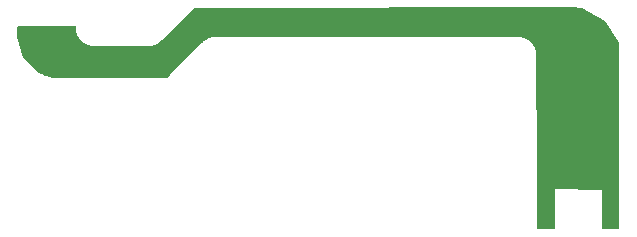
<source format=gbr>
%TF.GenerationSoftware,KiCad,Pcbnew,(5.99.0-10509-g065f85b504)*%
%TF.CreationDate,2021-07-11T19:01:29-06:00*%
%TF.ProjectId,OTG_Flex,4f54475f-466c-4657-982e-6b696361645f,1.1*%
%TF.SameCoordinates,Original*%
%TF.FileFunction,Copper,L2,Bot*%
%TF.FilePolarity,Positive*%
%FSLAX46Y46*%
G04 Gerber Fmt 4.6, Leading zero omitted, Abs format (unit mm)*
G04 Created by KiCad (PCBNEW (5.99.0-10509-g065f85b504)) date 2021-07-11 19:01:29*
%MOMM*%
%LPD*%
G01*
G04 APERTURE LIST*
%TA.AperFunction,ViaPad*%
%ADD10C,0.800000*%
%TD*%
%TA.AperFunction,Conductor*%
%ADD11C,0.381000*%
%TD*%
G04 APERTURE END LIST*
D10*
%TO.N,GND*%
X197053200Y-106324400D03*
X191330000Y-106214600D03*
%TD*%
D11*
%TO.N,GND*%
X191931400Y-105613200D02*
X191330000Y-106214600D01*
X196342000Y-105613200D02*
X191931400Y-105613200D01*
X197053200Y-106324400D02*
X196342000Y-105613200D01*
%TD*%
%TA.AperFunction,Conductor*%
%TO.N,GND*%
G36*
X194080852Y-91365581D02*
G01*
X194092275Y-91367500D01*
X194092288Y-91367501D01*
X194097086Y-91368307D01*
X194258065Y-91370230D01*
X194262699Y-91370371D01*
X194346807Y-91374503D01*
X194352944Y-91374956D01*
X194440523Y-91383582D01*
X194471471Y-91386630D01*
X194521268Y-91402416D01*
X196442165Y-92491584D01*
X196485771Y-92532692D01*
X197595620Y-94246145D01*
X197613445Y-94290060D01*
X197615619Y-94300988D01*
X197623160Y-94338900D01*
X197624210Y-94344955D01*
X197631513Y-94394185D01*
X197633737Y-94409179D01*
X197634494Y-94415317D01*
X197660845Y-94682868D01*
X197661296Y-94688987D01*
X197663940Y-94742803D01*
X197665427Y-94773077D01*
X197665570Y-94777753D01*
X197665925Y-94807450D01*
X197667453Y-94935436D01*
X197668990Y-94945324D01*
X197670505Y-94955071D01*
X197672000Y-94974423D01*
X197672000Y-110002727D01*
X197651998Y-110070848D01*
X197598342Y-110117341D01*
X197544200Y-110128714D01*
X196288400Y-110110774D01*
X196220572Y-110089801D01*
X196174850Y-110035487D01*
X196164200Y-109984787D01*
X196164200Y-106807000D01*
X192227200Y-106756200D01*
X192227200Y-109981160D01*
X192207198Y-110049281D01*
X192153542Y-110095774D01*
X192099374Y-110107147D01*
X191401512Y-110097034D01*
X190812173Y-110088493D01*
X190744350Y-110067506D01*
X190698640Y-110013182D01*
X190688000Y-109962506D01*
X190688000Y-104592620D01*
X190688025Y-104591950D01*
X190688144Y-104591163D01*
X190688000Y-104554077D01*
X190688000Y-104520087D01*
X190687887Y-104519302D01*
X190687862Y-104518631D01*
X190652940Y-95524506D01*
X190654192Y-95506292D01*
X190657413Y-95483626D01*
X190657414Y-95483616D01*
X190658098Y-95478800D01*
X190657127Y-95405705D01*
X190657248Y-95403246D01*
X190658046Y-95400163D01*
X190656345Y-95345436D01*
X190656296Y-95343235D01*
X190655794Y-95305442D01*
X190655735Y-95300962D01*
X190655040Y-95296530D01*
X190654985Y-95295878D01*
X190654711Y-95291143D01*
X190654637Y-95290466D01*
X190654486Y-95285596D01*
X190653587Y-95280805D01*
X190647783Y-95249875D01*
X190647142Y-95246157D01*
X190639838Y-95199579D01*
X190639838Y-95199577D01*
X190638447Y-95190710D01*
X190636045Y-95185607D01*
X190634682Y-95180077D01*
X190621605Y-95110402D01*
X190620209Y-95100211D01*
X190620666Y-95091998D01*
X190608361Y-95039192D01*
X190607240Y-95033862D01*
X190603197Y-95012318D01*
X190603195Y-95012311D01*
X190602369Y-95007909D01*
X190600248Y-95001670D01*
X190596827Y-94989700D01*
X190595758Y-94985113D01*
X190594652Y-94980366D01*
X190592255Y-94974423D01*
X190585462Y-94957581D01*
X190583022Y-94951013D01*
X190582835Y-94950464D01*
X190566441Y-94902251D01*
X190561284Y-94894908D01*
X190558402Y-94889235D01*
X190553886Y-94879302D01*
X190527978Y-94815071D01*
X190524602Y-94805344D01*
X190523435Y-94797200D01*
X190519720Y-94789030D01*
X190519718Y-94789025D01*
X190500983Y-94747830D01*
X190498827Y-94742803D01*
X190488962Y-94718345D01*
X190485657Y-94712647D01*
X190479958Y-94701598D01*
X190478001Y-94697296D01*
X190475984Y-94692861D01*
X190470056Y-94683838D01*
X190462483Y-94672311D01*
X190458798Y-94666347D01*
X190441890Y-94637200D01*
X190432964Y-94621812D01*
X190426466Y-94615627D01*
X190422525Y-94610631D01*
X190416150Y-94601788D01*
X190396329Y-94571620D01*
X190378105Y-94543882D01*
X190372891Y-94535020D01*
X190370147Y-94527267D01*
X190338439Y-94483290D01*
X190335339Y-94478788D01*
X190332304Y-94474170D01*
X190320846Y-94456729D01*
X190316491Y-94451799D01*
X190308718Y-94442070D01*
X190305959Y-94438243D01*
X190305957Y-94438240D01*
X190303110Y-94434292D01*
X190285846Y-94416811D01*
X190281062Y-94411690D01*
X190263995Y-94392369D01*
X190246964Y-94373088D01*
X190239367Y-94368295D01*
X190234533Y-94364182D01*
X190226536Y-94356756D01*
X190226262Y-94356478D01*
X190205003Y-94334952D01*
X190177867Y-94307474D01*
X190171000Y-94299797D01*
X190166784Y-94292734D01*
X190127050Y-94255850D01*
X190123124Y-94252044D01*
X190122241Y-94251150D01*
X190104579Y-94233266D01*
X190099331Y-94229281D01*
X190089805Y-94221277D01*
X190086340Y-94218060D01*
X190086337Y-94218058D01*
X190082777Y-94214753D01*
X190068928Y-94205404D01*
X190062427Y-94201016D01*
X190056730Y-94196936D01*
X190022841Y-94171205D01*
X190022837Y-94171203D01*
X190015696Y-94165781D01*
X190007319Y-94162581D01*
X190001743Y-94159483D01*
X189992446Y-94153777D01*
X189935044Y-94115030D01*
X189926806Y-94108856D01*
X189921284Y-94102759D01*
X189875017Y-94074370D01*
X189870503Y-94071464D01*
X189848600Y-94056679D01*
X189842666Y-94053802D01*
X189831780Y-94047841D01*
X189823586Y-94042813D01*
X189819101Y-94040939D01*
X189819098Y-94040937D01*
X189800901Y-94033332D01*
X189794511Y-94030450D01*
X189783821Y-94025266D01*
X189748185Y-94007985D01*
X189739331Y-94006492D01*
X189733288Y-94004561D01*
X189723061Y-94000798D01*
X189659129Y-93974078D01*
X189649845Y-93969647D01*
X189643230Y-93964753D01*
X189634804Y-93961654D01*
X189634803Y-93961653D01*
X189592319Y-93946026D01*
X189587229Y-93944027D01*
X189567037Y-93935588D01*
X189567038Y-93935588D01*
X189562905Y-93933861D01*
X189556550Y-93932214D01*
X189544666Y-93928498D01*
X189540227Y-93926865D01*
X189540224Y-93926864D01*
X189535654Y-93925183D01*
X189530882Y-93924226D01*
X189530880Y-93924225D01*
X189511551Y-93920347D01*
X189504720Y-93918778D01*
X189463561Y-93908108D01*
X189463558Y-93908108D01*
X189454876Y-93905857D01*
X189445907Y-93906134D01*
X189439611Y-93905430D01*
X189428830Y-93903750D01*
X189361339Y-93890207D01*
X189358964Y-93889575D01*
X189356115Y-93888147D01*
X189302275Y-93878337D01*
X189300118Y-93877924D01*
X189277295Y-93873345D01*
X189263032Y-93870483D01*
X189263029Y-93870483D01*
X189258640Y-93869602D01*
X189254170Y-93869353D01*
X189253490Y-93869266D01*
X189248832Y-93868545D01*
X189248144Y-93868474D01*
X189243349Y-93867600D01*
X189238482Y-93867475D01*
X189238477Y-93867474D01*
X189219653Y-93866989D01*
X189207004Y-93866663D01*
X189203271Y-93866511D01*
X189175107Y-93864939D01*
X189156177Y-93863882D01*
X189156175Y-93863882D01*
X189147215Y-93863382D01*
X189141721Y-93864661D01*
X189136020Y-93864834D01*
X189129785Y-93864673D01*
X189070032Y-93863133D01*
X189070026Y-93863133D01*
X189065554Y-93863018D01*
X189023626Y-93867924D01*
X189009050Y-93868776D01*
X169456314Y-93876160D01*
X163611965Y-93878367D01*
X163594478Y-93876649D01*
X163594439Y-93876977D01*
X163589614Y-93876399D01*
X163584832Y-93875448D01*
X163579966Y-93875244D01*
X163579965Y-93875244D01*
X163552062Y-93874075D01*
X163506626Y-93872172D01*
X163499451Y-93871484D01*
X163493142Y-93869590D01*
X163437464Y-93869198D01*
X163433099Y-93869091D01*
X163407171Y-93868004D01*
X163407158Y-93868004D01*
X163402687Y-93867817D01*
X163398235Y-93868265D01*
X163396232Y-93868324D01*
X163385371Y-93868831D01*
X163383397Y-93868817D01*
X163383392Y-93868817D01*
X163378522Y-93868783D01*
X163350723Y-93872911D01*
X163344865Y-93873641D01*
X163331195Y-93875018D01*
X163300582Y-93878100D01*
X163300579Y-93878101D01*
X163291650Y-93879000D01*
X163283397Y-93882343D01*
X163271853Y-93884623D01*
X163192631Y-93896387D01*
X163180477Y-93896860D01*
X163180504Y-93897229D01*
X163171548Y-93897881D01*
X163162592Y-93897256D01*
X163132842Y-93903749D01*
X163115270Y-93907584D01*
X163106911Y-93909115D01*
X163094740Y-93910922D01*
X163094725Y-93910925D01*
X163090296Y-93911583D01*
X163076609Y-93915662D01*
X163067495Y-93918011D01*
X163055365Y-93920658D01*
X163055361Y-93920659D01*
X163050606Y-93921697D01*
X163046067Y-93923454D01*
X163046064Y-93923455D01*
X163036029Y-93927340D01*
X163026528Y-93930589D01*
X162991948Y-93940895D01*
X162991946Y-93940896D01*
X162983346Y-93943459D01*
X162975810Y-93948334D01*
X162970388Y-93950833D01*
X162954817Y-93958776D01*
X162875347Y-93989539D01*
X162863598Y-93992674D01*
X162863706Y-93993029D01*
X162855115Y-93995635D01*
X162846242Y-93996997D01*
X162823245Y-94007734D01*
X162802355Y-94017487D01*
X162794535Y-94020821D01*
X162783052Y-94025266D01*
X162783046Y-94025269D01*
X162778868Y-94026886D01*
X162774957Y-94029082D01*
X162766418Y-94033876D01*
X162758046Y-94038174D01*
X162742381Y-94045487D01*
X162729396Y-94054204D01*
X162720876Y-94059444D01*
X162689382Y-94077126D01*
X162689379Y-94077128D01*
X162681557Y-94081520D01*
X162675281Y-94087931D01*
X162670547Y-94091559D01*
X162657097Y-94102743D01*
X162586830Y-94149918D01*
X162580637Y-94153610D01*
X162574428Y-94155817D01*
X162560649Y-94165781D01*
X162529313Y-94188441D01*
X162525714Y-94190949D01*
X162500459Y-94207904D01*
X162497126Y-94210907D01*
X162495551Y-94212136D01*
X162487091Y-94218973D01*
X162481546Y-94222983D01*
X162478097Y-94226399D01*
X162478092Y-94226403D01*
X162473889Y-94230566D01*
X162461582Y-94242754D01*
X162457283Y-94246815D01*
X162424230Y-94276602D01*
X162424226Y-94276606D01*
X162417558Y-94282616D01*
X162412881Y-94290195D01*
X162404918Y-94298870D01*
X162396230Y-94307474D01*
X162352013Y-94351264D01*
X162333434Y-94375805D01*
X162331729Y-94378057D01*
X162321060Y-94390401D01*
X162296529Y-94415317D01*
X159663234Y-97089967D01*
X159651425Y-97100539D01*
X159620924Y-97124563D01*
X159617612Y-97128124D01*
X159617610Y-97128126D01*
X159567634Y-97181861D01*
X159560735Y-97188727D01*
X159546043Y-97202260D01*
X159535365Y-97211061D01*
X159467136Y-97261274D01*
X159443211Y-97275117D01*
X159367720Y-97308343D01*
X159341356Y-97316635D01*
X159314012Y-97322031D01*
X159258233Y-97333038D01*
X159244536Y-97334966D01*
X159237880Y-97335532D01*
X159224636Y-97336659D01*
X159214916Y-97337109D01*
X159180314Y-97337374D01*
X159139945Y-97337682D01*
X159135512Y-97338351D01*
X159135505Y-97338352D01*
X159117857Y-97341017D01*
X159099090Y-97342430D01*
X158705767Y-97342579D01*
X153879468Y-97344407D01*
X150320457Y-97345755D01*
X150300282Y-97344137D01*
X150290652Y-97342579D01*
X150281031Y-97341022D01*
X150257201Y-97340880D01*
X150120560Y-97340063D01*
X150115865Y-97339947D01*
X150031946Y-97336315D01*
X150025752Y-97335894D01*
X149759078Y-97311149D01*
X149752950Y-97310428D01*
X149688840Y-97301276D01*
X149682815Y-97300264D01*
X149419817Y-97249390D01*
X149413791Y-97248069D01*
X149350911Y-97232658D01*
X149344971Y-97231046D01*
X149178230Y-97181355D01*
X149088289Y-97154551D01*
X149082386Y-97152632D01*
X149021419Y-97131141D01*
X149015616Y-97128934D01*
X148767690Y-97027550D01*
X148762030Y-97025071D01*
X148703424Y-96997662D01*
X148697892Y-96994906D01*
X148515603Y-96898439D01*
X148487951Y-96878607D01*
X148200912Y-96607084D01*
X147276562Y-95732699D01*
X147258545Y-95711406D01*
X147237013Y-95679337D01*
X147233682Y-95674101D01*
X147200311Y-95618686D01*
X147197240Y-95613290D01*
X147144653Y-95515350D01*
X147096065Y-95424857D01*
X147085541Y-95398503D01*
X147060081Y-95305442D01*
X146982372Y-95021400D01*
X146745930Y-94157164D01*
X146726945Y-94087771D01*
X146723091Y-94066922D01*
X146721570Y-94051543D01*
X146721111Y-94045348D01*
X146721017Y-94043431D01*
X146716974Y-93961451D01*
X146716830Y-93956763D01*
X146716671Y-93943459D01*
X146715778Y-93869091D01*
X146714998Y-93804076D01*
X146714998Y-93804073D01*
X146714944Y-93799592D01*
X146712565Y-93784288D01*
X146711075Y-93763863D01*
X146712948Y-93544419D01*
X146713865Y-93437099D01*
X146713933Y-93435506D01*
X146714200Y-93433794D01*
X146714200Y-93398364D01*
X146714205Y-93397288D01*
X146714442Y-93369519D01*
X146714480Y-93365085D01*
X146714250Y-93363376D01*
X146714200Y-93361769D01*
X146714200Y-93039200D01*
X146734202Y-92971079D01*
X146787858Y-92924586D01*
X146840200Y-92913200D01*
X151572200Y-92913200D01*
X151640321Y-92933202D01*
X151686814Y-92986858D01*
X151698200Y-93039200D01*
X151698200Y-93291391D01*
X151698010Y-93298309D01*
X151690173Y-93440828D01*
X151716255Y-93552444D01*
X151718075Y-93556949D01*
X151718077Y-93556954D01*
X151745785Y-93625524D01*
X151746827Y-93628632D01*
X151747291Y-93632464D01*
X151769281Y-93683741D01*
X151770234Y-93686028D01*
X151784941Y-93722426D01*
X151787192Y-93726302D01*
X151788555Y-93729086D01*
X151790189Y-93732649D01*
X151790551Y-93733341D01*
X151792467Y-93737808D01*
X151810470Y-93766549D01*
X151810784Y-93767051D01*
X151812938Y-93770620D01*
X151840998Y-93818925D01*
X151845558Y-93823259D01*
X151849431Y-93828753D01*
X151892615Y-93897699D01*
X151898354Y-93907883D01*
X151899024Y-93909212D01*
X151901885Y-93917718D01*
X151920234Y-93944027D01*
X151932184Y-93961162D01*
X151935618Y-93966355D01*
X151948253Y-93986528D01*
X151953449Y-93992674D01*
X151953739Y-93993017D01*
X151960867Y-94002289D01*
X151963277Y-94005744D01*
X151967454Y-94011734D01*
X151970826Y-94015257D01*
X151982850Y-94027821D01*
X151988033Y-94033581D01*
X152020302Y-94071752D01*
X152027791Y-94076706D01*
X152034499Y-94082671D01*
X152034085Y-94083137D01*
X152042569Y-94090221D01*
X152097916Y-94148054D01*
X152105597Y-94156863D01*
X152106505Y-94158007D01*
X152111030Y-94165759D01*
X152117549Y-94171929D01*
X152117551Y-94171932D01*
X152149478Y-94202152D01*
X152153889Y-94206538D01*
X152159247Y-94212136D01*
X152170372Y-94223760D01*
X152173890Y-94226519D01*
X152173894Y-94226523D01*
X152177061Y-94229007D01*
X152185908Y-94236635D01*
X152190731Y-94241199D01*
X152194275Y-94244553D01*
X152198286Y-94247318D01*
X152198289Y-94247320D01*
X152212606Y-94257188D01*
X152218853Y-94261784D01*
X152258185Y-94292632D01*
X152266524Y-94295968D01*
X152274296Y-94300448D01*
X152273985Y-94300988D01*
X152283726Y-94306207D01*
X152349628Y-94351630D01*
X152358930Y-94358700D01*
X152360059Y-94359644D01*
X152366062Y-94366321D01*
X152411127Y-94394202D01*
X152416287Y-94397575D01*
X152435917Y-94411104D01*
X152443535Y-94414890D01*
X152453741Y-94420567D01*
X152463537Y-94426628D01*
X152473477Y-94430826D01*
X152484037Y-94435286D01*
X152491088Y-94438523D01*
X152535855Y-94460771D01*
X152544690Y-94462349D01*
X152553217Y-94465165D01*
X152553022Y-94465754D01*
X152563624Y-94468897D01*
X152637340Y-94500029D01*
X152647888Y-94505072D01*
X152649192Y-94505772D01*
X152656422Y-94511095D01*
X152706208Y-94529278D01*
X152711952Y-94531539D01*
X152733895Y-94540806D01*
X152738227Y-94541946D01*
X152738238Y-94541950D01*
X152742118Y-94542971D01*
X152753259Y-94546464D01*
X152759511Y-94548747D01*
X152759522Y-94548750D01*
X152764089Y-94550418D01*
X152785925Y-94554747D01*
X152793491Y-94556491D01*
X152829992Y-94566098D01*
X152841819Y-94569211D01*
X152850792Y-94568968D01*
X152859710Y-94569999D01*
X152859639Y-94570616D01*
X152870654Y-94571546D01*
X152949450Y-94587168D01*
X152952618Y-94587998D01*
X152956075Y-94589707D01*
X152994142Y-94596423D01*
X153010941Y-94599387D01*
X153013550Y-94599876D01*
X153047566Y-94606619D01*
X153051965Y-94607491D01*
X153056437Y-94607731D01*
X153059521Y-94608117D01*
X153063387Y-94608700D01*
X153064160Y-94608775D01*
X153068954Y-94609621D01*
X153103452Y-94610317D01*
X153107613Y-94610469D01*
X153163404Y-94613456D01*
X153169524Y-94612017D01*
X153176247Y-94611786D01*
X153247773Y-94613229D01*
X153247778Y-94613229D01*
X153252253Y-94613319D01*
X153286745Y-94609088D01*
X153302791Y-94608153D01*
X155144550Y-94618559D01*
X156577043Y-94626654D01*
X157673435Y-94632850D01*
X157691153Y-94634203D01*
X157720742Y-94638579D01*
X157725612Y-94638542D01*
X157725615Y-94638542D01*
X157761099Y-94638271D01*
X157801610Y-94637961D01*
X157808138Y-94638269D01*
X157814131Y-94639762D01*
X157823098Y-94639400D01*
X157823099Y-94639400D01*
X157834982Y-94638920D01*
X157870015Y-94637506D01*
X157874103Y-94637407D01*
X157905649Y-94637166D01*
X157910086Y-94636496D01*
X157914549Y-94636144D01*
X157922496Y-94635386D01*
X157923790Y-94635334D01*
X157923793Y-94635334D01*
X157928660Y-94635137D01*
X157933442Y-94634193D01*
X157933445Y-94634193D01*
X157957092Y-94629527D01*
X157962670Y-94628556D01*
X158007119Y-94621844D01*
X158007128Y-94621841D01*
X158015997Y-94620502D01*
X158023715Y-94616922D01*
X158034300Y-94614293D01*
X158117474Y-94597881D01*
X158129197Y-94596878D01*
X158129143Y-94596423D01*
X158138057Y-94595367D01*
X158147033Y-94595585D01*
X158194404Y-94582974D01*
X158202410Y-94581121D01*
X158215249Y-94578588D01*
X158215255Y-94578586D01*
X158219651Y-94577719D01*
X158223875Y-94576239D01*
X158223878Y-94576238D01*
X158232490Y-94573220D01*
X158241732Y-94570375D01*
X158257798Y-94566098D01*
X158272807Y-94559492D01*
X158281862Y-94555918D01*
X158324971Y-94540812D01*
X158332270Y-94535584D01*
X158339336Y-94531912D01*
X158352446Y-94524439D01*
X158433941Y-94488569D01*
X158445162Y-94485035D01*
X158445010Y-94484602D01*
X158453483Y-94481626D01*
X158462288Y-94479883D01*
X158505768Y-94457248D01*
X158513187Y-94453689D01*
X158525157Y-94448420D01*
X158525156Y-94448420D01*
X158529267Y-94446611D01*
X158533072Y-94444242D01*
X158533076Y-94444240D01*
X158536952Y-94441826D01*
X158540811Y-94439424D01*
X158549218Y-94434628D01*
X158559635Y-94429205D01*
X158559639Y-94429203D01*
X158563958Y-94426954D01*
X158577154Y-94417243D01*
X158585230Y-94411768D01*
X158624005Y-94387627D01*
X158629987Y-94380935D01*
X158636089Y-94375805D01*
X158647247Y-94365659D01*
X158719048Y-94312818D01*
X158724517Y-94309237D01*
X158730247Y-94306931D01*
X158774168Y-94272336D01*
X158777440Y-94269845D01*
X158799238Y-94253804D01*
X158799246Y-94253797D01*
X158802843Y-94251150D01*
X158806032Y-94248016D01*
X158809407Y-94245141D01*
X158815441Y-94239828D01*
X158816468Y-94239019D01*
X158820292Y-94236007D01*
X158825353Y-94230566D01*
X158840038Y-94214775D01*
X158843989Y-94210714D01*
X158864101Y-94190950D01*
X158882440Y-94172928D01*
X158886592Y-94165498D01*
X158893620Y-94157164D01*
X158932806Y-94115030D01*
X158946223Y-94100604D01*
X158948776Y-94096927D01*
X158951593Y-94093430D01*
X158951809Y-94093604D01*
X158963166Y-94080170D01*
X158963835Y-94079516D01*
X158995866Y-94048197D01*
X159606410Y-93451229D01*
X161460594Y-91638273D01*
X161470706Y-91629392D01*
X161511276Y-91597437D01*
X161564576Y-91540128D01*
X161571455Y-91533282D01*
X161586159Y-91519738D01*
X161596833Y-91510940D01*
X161665066Y-91460725D01*
X161688990Y-91446882D01*
X161764479Y-91413656D01*
X161790838Y-91405366D01*
X161873962Y-91388963D01*
X161887660Y-91387035D01*
X161907557Y-91385341D01*
X161917283Y-91384891D01*
X161953475Y-91384614D01*
X161992255Y-91384318D01*
X162014403Y-91380973D01*
X162033144Y-91379561D01*
X194059921Y-91363840D01*
X194080852Y-91365581D01*
G37*
%TD.AperFunction*%
%TD*%
M02*

</source>
